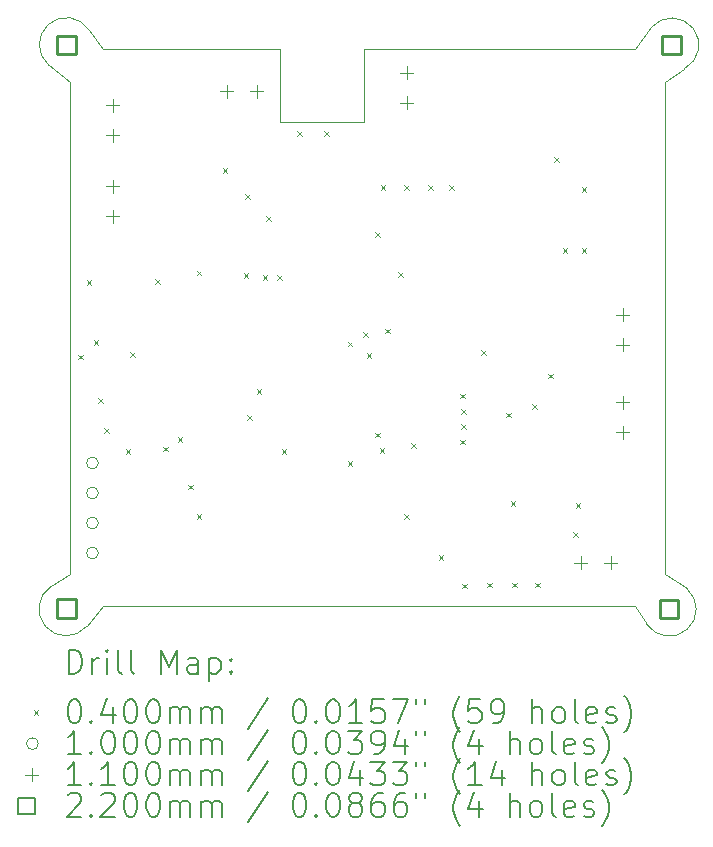
<source format=gbr>
%TF.GenerationSoftware,KiCad,Pcbnew,(6.0.8)*%
%TF.CreationDate,2022-11-27T13:07:17-05:00*%
%TF.ProjectId,miura_board,6d697572-615f-4626-9f61-72642e6b6963,rev?*%
%TF.SameCoordinates,Original*%
%TF.FileFunction,Drillmap*%
%TF.FilePolarity,Positive*%
%FSLAX45Y45*%
G04 Gerber Fmt 4.5, Leading zero omitted, Abs format (unit mm)*
G04 Created by KiCad (PCBNEW (6.0.8)) date 2022-11-27 13:07:17*
%MOMM*%
%LPD*%
G01*
G04 APERTURE LIST*
%ADD10C,0.100000*%
%ADD11C,0.200000*%
%ADD12C,0.040000*%
%ADD13C,0.110000*%
%ADD14C,0.220000*%
G04 APERTURE END LIST*
D10*
X11220000Y-8160000D02*
X11220000Y-3990000D01*
X8670000Y-3710000D02*
X10960000Y-3710000D01*
X6460000Y-3710000D02*
X7960000Y-3710000D01*
X11220000Y-3990000D02*
X11380000Y-3880000D01*
X10960000Y-3710000D02*
X11100000Y-3530000D01*
X11380000Y-3880000D02*
G75*
G03*
X11100000Y-3530000I-105464J202629D01*
G01*
X11060000Y-8580000D02*
G75*
G03*
X11400000Y-8280000I192150J124897D01*
G01*
X10960000Y-8430000D02*
X11060000Y-8580000D01*
X11220000Y-8160000D02*
X11400000Y-8280000D01*
X6000000Y-3850000D02*
X6180000Y-3990000D01*
X6340000Y-3550000D02*
X6460000Y-3710000D01*
X6340000Y-3550000D02*
G75*
G03*
X6000000Y-3850000I-192152J-124895D01*
G01*
X6180000Y-8160000D02*
X6020000Y-8260000D01*
X6460000Y-8430000D02*
X6320000Y-8600000D01*
X6460000Y-8430000D02*
X10960000Y-8430000D01*
X6020000Y-8260000D02*
G75*
G03*
X6320000Y-8600000I124897J-192150D01*
G01*
X7960000Y-3710000D02*
X7960000Y-4330000D01*
X8670000Y-4330000D02*
X7960000Y-4330000D01*
X8670000Y-3710000D02*
X8670000Y-4330000D01*
X6180000Y-8160000D02*
X6180000Y-3990000D01*
D11*
D12*
X6250000Y-6300000D02*
X6290000Y-6340000D01*
X6290000Y-6300000D02*
X6250000Y-6340000D01*
X6320000Y-5670000D02*
X6360000Y-5710000D01*
X6360000Y-5670000D02*
X6320000Y-5710000D01*
X6380000Y-6180000D02*
X6420000Y-6220000D01*
X6420000Y-6180000D02*
X6380000Y-6220000D01*
X6420000Y-6670000D02*
X6460000Y-6710000D01*
X6460000Y-6670000D02*
X6420000Y-6710000D01*
X6470000Y-6920000D02*
X6510000Y-6960000D01*
X6510000Y-6920000D02*
X6470000Y-6960000D01*
X6650000Y-7100000D02*
X6690000Y-7140000D01*
X6690000Y-7100000D02*
X6650000Y-7140000D01*
X6690000Y-6280000D02*
X6730000Y-6320000D01*
X6730000Y-6280000D02*
X6690000Y-6320000D01*
X6900000Y-5660000D02*
X6940000Y-5700000D01*
X6940000Y-5660000D02*
X6900000Y-5700000D01*
X6970000Y-7080000D02*
X7010000Y-7120000D01*
X7010000Y-7080000D02*
X6970000Y-7120000D01*
X7090000Y-7000000D02*
X7130000Y-7040000D01*
X7130000Y-7000000D02*
X7090000Y-7040000D01*
X7180000Y-7400000D02*
X7220000Y-7440000D01*
X7220000Y-7400000D02*
X7180000Y-7440000D01*
X7250000Y-5590000D02*
X7290000Y-5630000D01*
X7290000Y-5590000D02*
X7250000Y-5630000D01*
X7250000Y-7650000D02*
X7290000Y-7690000D01*
X7290000Y-7650000D02*
X7250000Y-7690000D01*
X7470000Y-4720000D02*
X7510000Y-4760000D01*
X7510000Y-4720000D02*
X7470000Y-4760000D01*
X7650000Y-5610000D02*
X7690000Y-5650000D01*
X7690000Y-5610000D02*
X7650000Y-5650000D01*
X7660000Y-4940000D02*
X7700000Y-4980000D01*
X7700000Y-4940000D02*
X7660000Y-4980000D01*
X7680000Y-6810000D02*
X7720000Y-6850000D01*
X7720000Y-6810000D02*
X7680000Y-6850000D01*
X7760000Y-6590000D02*
X7800000Y-6630000D01*
X7800000Y-6590000D02*
X7760000Y-6630000D01*
X7810000Y-5630000D02*
X7850000Y-5670000D01*
X7850000Y-5630000D02*
X7810000Y-5670000D01*
X7840000Y-5130000D02*
X7880000Y-5170000D01*
X7880000Y-5130000D02*
X7840000Y-5170000D01*
X7930000Y-5630000D02*
X7970000Y-5670000D01*
X7970000Y-5630000D02*
X7930000Y-5670000D01*
X7970000Y-7100000D02*
X8010000Y-7140000D01*
X8010000Y-7100000D02*
X7970000Y-7140000D01*
X8100000Y-4410000D02*
X8140000Y-4450000D01*
X8140000Y-4410000D02*
X8100000Y-4450000D01*
X8330000Y-4410000D02*
X8370000Y-4450000D01*
X8370000Y-4410000D02*
X8330000Y-4450000D01*
X8530000Y-6190000D02*
X8570000Y-6230000D01*
X8570000Y-6190000D02*
X8530000Y-6230000D01*
X8530000Y-7200000D02*
X8570000Y-7240000D01*
X8570000Y-7200000D02*
X8530000Y-7240000D01*
X8660000Y-6110000D02*
X8700000Y-6150000D01*
X8700000Y-6110000D02*
X8660000Y-6150000D01*
X8690000Y-6290000D02*
X8730000Y-6330000D01*
X8730000Y-6290000D02*
X8690000Y-6330000D01*
X8760000Y-5260000D02*
X8800000Y-5300000D01*
X8800000Y-5260000D02*
X8760000Y-5300000D01*
X8760000Y-6960000D02*
X8800000Y-7000000D01*
X8800000Y-6960000D02*
X8760000Y-7000000D01*
X8800000Y-7090000D02*
X8840000Y-7130000D01*
X8840000Y-7090000D02*
X8800000Y-7130000D01*
X8810000Y-4865000D02*
X8850000Y-4905000D01*
X8850000Y-4865000D02*
X8810000Y-4905000D01*
X8850000Y-6080000D02*
X8890000Y-6120000D01*
X8890000Y-6080000D02*
X8850000Y-6120000D01*
X8960000Y-5600000D02*
X9000000Y-5640000D01*
X9000000Y-5600000D02*
X8960000Y-5640000D01*
X9010000Y-4865000D02*
X9050000Y-4905000D01*
X9050000Y-4865000D02*
X9010000Y-4905000D01*
X9010000Y-7650000D02*
X9050000Y-7690000D01*
X9050000Y-7650000D02*
X9010000Y-7690000D01*
X9070000Y-7050000D02*
X9110000Y-7090000D01*
X9110000Y-7050000D02*
X9070000Y-7090000D01*
X9210000Y-4865000D02*
X9250000Y-4905000D01*
X9250000Y-4865000D02*
X9210000Y-4905000D01*
X9300000Y-8000000D02*
X9340000Y-8040000D01*
X9340000Y-8000000D02*
X9300000Y-8040000D01*
X9390000Y-4865000D02*
X9430000Y-4905000D01*
X9430000Y-4865000D02*
X9390000Y-4905000D01*
X9479375Y-6630000D02*
X9519375Y-6670000D01*
X9519375Y-6630000D02*
X9479375Y-6670000D01*
X9479375Y-7020000D02*
X9519375Y-7060000D01*
X9519375Y-7020000D02*
X9479375Y-7060000D01*
X9489375Y-6760000D02*
X9529375Y-6800000D01*
X9529375Y-6760000D02*
X9489375Y-6800000D01*
X9489375Y-6890000D02*
X9529375Y-6930000D01*
X9529375Y-6890000D02*
X9489375Y-6930000D01*
X9500000Y-8240000D02*
X9540000Y-8280000D01*
X9540000Y-8240000D02*
X9500000Y-8280000D01*
X9660000Y-6260000D02*
X9700000Y-6300000D01*
X9700000Y-6260000D02*
X9660000Y-6300000D01*
X9710000Y-8230000D02*
X9750000Y-8270000D01*
X9750000Y-8230000D02*
X9710000Y-8270000D01*
X9870000Y-6790000D02*
X9910000Y-6830000D01*
X9910000Y-6790000D02*
X9870000Y-6830000D01*
X9910000Y-7540000D02*
X9950000Y-7580000D01*
X9950000Y-7540000D02*
X9910000Y-7580000D01*
X9920000Y-8230000D02*
X9960000Y-8270000D01*
X9960000Y-8230000D02*
X9920000Y-8270000D01*
X10089375Y-6720000D02*
X10129375Y-6760000D01*
X10129375Y-6720000D02*
X10089375Y-6760000D01*
X10120000Y-8230000D02*
X10160000Y-8270000D01*
X10160000Y-8230000D02*
X10120000Y-8270000D01*
X10230000Y-6460000D02*
X10270000Y-6500000D01*
X10270000Y-6460000D02*
X10230000Y-6500000D01*
X10280000Y-4625000D02*
X10320000Y-4665000D01*
X10320000Y-4625000D02*
X10280000Y-4665000D01*
X10350000Y-5400000D02*
X10390000Y-5440000D01*
X10390000Y-5400000D02*
X10350000Y-5440000D01*
X10440000Y-7800000D02*
X10480000Y-7840000D01*
X10480000Y-7800000D02*
X10440000Y-7840000D01*
X10460000Y-7560000D02*
X10500000Y-7600000D01*
X10500000Y-7560000D02*
X10460000Y-7600000D01*
X10510000Y-4880000D02*
X10550000Y-4920000D01*
X10550000Y-4880000D02*
X10510000Y-4920000D01*
X10510000Y-5400000D02*
X10550000Y-5440000D01*
X10550000Y-5400000D02*
X10510000Y-5440000D01*
D10*
X6418000Y-7218000D02*
G75*
G03*
X6418000Y-7218000I-50000J0D01*
G01*
X6418000Y-7472000D02*
G75*
G03*
X6418000Y-7472000I-50000J0D01*
G01*
X6418000Y-7726000D02*
G75*
G03*
X6418000Y-7726000I-50000J0D01*
G01*
X6418000Y-7980000D02*
G75*
G03*
X6418000Y-7980000I-50000J0D01*
G01*
D13*
X6540000Y-4135000D02*
X6540000Y-4245000D01*
X6485000Y-4190000D02*
X6595000Y-4190000D01*
X6540000Y-4389000D02*
X6540000Y-4499000D01*
X6485000Y-4444000D02*
X6595000Y-4444000D01*
X6540000Y-4818000D02*
X6540000Y-4928000D01*
X6485000Y-4873000D02*
X6595000Y-4873000D01*
X6540000Y-5072000D02*
X6540000Y-5182000D01*
X6485000Y-5127000D02*
X6595000Y-5127000D01*
X7506000Y-4015000D02*
X7506000Y-4125000D01*
X7451000Y-4070000D02*
X7561000Y-4070000D01*
X7760000Y-4015000D02*
X7760000Y-4125000D01*
X7705000Y-4070000D02*
X7815000Y-4070000D01*
X9030000Y-3858000D02*
X9030000Y-3968000D01*
X8975000Y-3913000D02*
X9085000Y-3913000D01*
X9030000Y-4112000D02*
X9030000Y-4222000D01*
X8975000Y-4167000D02*
X9085000Y-4167000D01*
X10503000Y-8005000D02*
X10503000Y-8115000D01*
X10448000Y-8060000D02*
X10558000Y-8060000D01*
X10757000Y-8005000D02*
X10757000Y-8115000D01*
X10702000Y-8060000D02*
X10812000Y-8060000D01*
X10860000Y-5908000D02*
X10860000Y-6018000D01*
X10805000Y-5963000D02*
X10915000Y-5963000D01*
X10860000Y-6162000D02*
X10860000Y-6272000D01*
X10805000Y-6217000D02*
X10915000Y-6217000D01*
X10860000Y-6648000D02*
X10860000Y-6758000D01*
X10805000Y-6703000D02*
X10915000Y-6703000D01*
X10860000Y-6902000D02*
X10860000Y-7012000D01*
X10805000Y-6957000D02*
X10915000Y-6957000D01*
D14*
X6227782Y-3757782D02*
X6227782Y-3602217D01*
X6072217Y-3602217D01*
X6072217Y-3757782D01*
X6227782Y-3757782D01*
X6227782Y-8527783D02*
X6227782Y-8372217D01*
X6072217Y-8372217D01*
X6072217Y-8527783D01*
X6227782Y-8527783D01*
X11327782Y-8532680D02*
X11327782Y-8377114D01*
X11172218Y-8377114D01*
X11172218Y-8532680D01*
X11327782Y-8532680D01*
X11347782Y-3757782D02*
X11347782Y-3602217D01*
X11192217Y-3602217D01*
X11192217Y-3757782D01*
X11347782Y-3757782D01*
D11*
X6168342Y-8999753D02*
X6168342Y-8799753D01*
X6215961Y-8799753D01*
X6244532Y-8809277D01*
X6263580Y-8828325D01*
X6273104Y-8847372D01*
X6282627Y-8885467D01*
X6282627Y-8914039D01*
X6273104Y-8952134D01*
X6263580Y-8971182D01*
X6244532Y-8990229D01*
X6215961Y-8999753D01*
X6168342Y-8999753D01*
X6368342Y-8999753D02*
X6368342Y-8866420D01*
X6368342Y-8904515D02*
X6377866Y-8885467D01*
X6387389Y-8875944D01*
X6406437Y-8866420D01*
X6425485Y-8866420D01*
X6492151Y-8999753D02*
X6492151Y-8866420D01*
X6492151Y-8799753D02*
X6482627Y-8809277D01*
X6492151Y-8818801D01*
X6501675Y-8809277D01*
X6492151Y-8799753D01*
X6492151Y-8818801D01*
X6615961Y-8999753D02*
X6596913Y-8990229D01*
X6587389Y-8971182D01*
X6587389Y-8799753D01*
X6720723Y-8999753D02*
X6701675Y-8990229D01*
X6692151Y-8971182D01*
X6692151Y-8799753D01*
X6949294Y-8999753D02*
X6949294Y-8799753D01*
X7015961Y-8942610D01*
X7082627Y-8799753D01*
X7082627Y-8999753D01*
X7263580Y-8999753D02*
X7263580Y-8894991D01*
X7254056Y-8875944D01*
X7235008Y-8866420D01*
X7196913Y-8866420D01*
X7177866Y-8875944D01*
X7263580Y-8990229D02*
X7244532Y-8999753D01*
X7196913Y-8999753D01*
X7177866Y-8990229D01*
X7168342Y-8971182D01*
X7168342Y-8952134D01*
X7177866Y-8933086D01*
X7196913Y-8923563D01*
X7244532Y-8923563D01*
X7263580Y-8914039D01*
X7358818Y-8866420D02*
X7358818Y-9066420D01*
X7358818Y-8875944D02*
X7377866Y-8866420D01*
X7415961Y-8866420D01*
X7435008Y-8875944D01*
X7444532Y-8885467D01*
X7454056Y-8904515D01*
X7454056Y-8961658D01*
X7444532Y-8980705D01*
X7435008Y-8990229D01*
X7415961Y-8999753D01*
X7377866Y-8999753D01*
X7358818Y-8990229D01*
X7539770Y-8980705D02*
X7549294Y-8990229D01*
X7539770Y-8999753D01*
X7530247Y-8990229D01*
X7539770Y-8980705D01*
X7539770Y-8999753D01*
X7539770Y-8875944D02*
X7549294Y-8885467D01*
X7539770Y-8894991D01*
X7530247Y-8885467D01*
X7539770Y-8875944D01*
X7539770Y-8894991D01*
D12*
X5870723Y-9309277D02*
X5910723Y-9349277D01*
X5910723Y-9309277D02*
X5870723Y-9349277D01*
D11*
X6206437Y-9219753D02*
X6225485Y-9219753D01*
X6244532Y-9229277D01*
X6254056Y-9238801D01*
X6263580Y-9257848D01*
X6273104Y-9295944D01*
X6273104Y-9343563D01*
X6263580Y-9381658D01*
X6254056Y-9400705D01*
X6244532Y-9410229D01*
X6225485Y-9419753D01*
X6206437Y-9419753D01*
X6187389Y-9410229D01*
X6177866Y-9400705D01*
X6168342Y-9381658D01*
X6158818Y-9343563D01*
X6158818Y-9295944D01*
X6168342Y-9257848D01*
X6177866Y-9238801D01*
X6187389Y-9229277D01*
X6206437Y-9219753D01*
X6358818Y-9400705D02*
X6368342Y-9410229D01*
X6358818Y-9419753D01*
X6349294Y-9410229D01*
X6358818Y-9400705D01*
X6358818Y-9419753D01*
X6539770Y-9286420D02*
X6539770Y-9419753D01*
X6492151Y-9210229D02*
X6444532Y-9353086D01*
X6568342Y-9353086D01*
X6682627Y-9219753D02*
X6701675Y-9219753D01*
X6720723Y-9229277D01*
X6730247Y-9238801D01*
X6739770Y-9257848D01*
X6749294Y-9295944D01*
X6749294Y-9343563D01*
X6739770Y-9381658D01*
X6730247Y-9400705D01*
X6720723Y-9410229D01*
X6701675Y-9419753D01*
X6682627Y-9419753D01*
X6663580Y-9410229D01*
X6654056Y-9400705D01*
X6644532Y-9381658D01*
X6635008Y-9343563D01*
X6635008Y-9295944D01*
X6644532Y-9257848D01*
X6654056Y-9238801D01*
X6663580Y-9229277D01*
X6682627Y-9219753D01*
X6873104Y-9219753D02*
X6892151Y-9219753D01*
X6911199Y-9229277D01*
X6920723Y-9238801D01*
X6930247Y-9257848D01*
X6939770Y-9295944D01*
X6939770Y-9343563D01*
X6930247Y-9381658D01*
X6920723Y-9400705D01*
X6911199Y-9410229D01*
X6892151Y-9419753D01*
X6873104Y-9419753D01*
X6854056Y-9410229D01*
X6844532Y-9400705D01*
X6835008Y-9381658D01*
X6825485Y-9343563D01*
X6825485Y-9295944D01*
X6835008Y-9257848D01*
X6844532Y-9238801D01*
X6854056Y-9229277D01*
X6873104Y-9219753D01*
X7025485Y-9419753D02*
X7025485Y-9286420D01*
X7025485Y-9305467D02*
X7035008Y-9295944D01*
X7054056Y-9286420D01*
X7082627Y-9286420D01*
X7101675Y-9295944D01*
X7111199Y-9314991D01*
X7111199Y-9419753D01*
X7111199Y-9314991D02*
X7120723Y-9295944D01*
X7139770Y-9286420D01*
X7168342Y-9286420D01*
X7187389Y-9295944D01*
X7196913Y-9314991D01*
X7196913Y-9419753D01*
X7292151Y-9419753D02*
X7292151Y-9286420D01*
X7292151Y-9305467D02*
X7301675Y-9295944D01*
X7320723Y-9286420D01*
X7349294Y-9286420D01*
X7368342Y-9295944D01*
X7377866Y-9314991D01*
X7377866Y-9419753D01*
X7377866Y-9314991D02*
X7387389Y-9295944D01*
X7406437Y-9286420D01*
X7435008Y-9286420D01*
X7454056Y-9295944D01*
X7463580Y-9314991D01*
X7463580Y-9419753D01*
X7854056Y-9210229D02*
X7682627Y-9467372D01*
X8111199Y-9219753D02*
X8130247Y-9219753D01*
X8149294Y-9229277D01*
X8158818Y-9238801D01*
X8168342Y-9257848D01*
X8177866Y-9295944D01*
X8177866Y-9343563D01*
X8168342Y-9381658D01*
X8158818Y-9400705D01*
X8149294Y-9410229D01*
X8130247Y-9419753D01*
X8111199Y-9419753D01*
X8092151Y-9410229D01*
X8082627Y-9400705D01*
X8073104Y-9381658D01*
X8063580Y-9343563D01*
X8063580Y-9295944D01*
X8073104Y-9257848D01*
X8082627Y-9238801D01*
X8092151Y-9229277D01*
X8111199Y-9219753D01*
X8263580Y-9400705D02*
X8273104Y-9410229D01*
X8263580Y-9419753D01*
X8254056Y-9410229D01*
X8263580Y-9400705D01*
X8263580Y-9419753D01*
X8396913Y-9219753D02*
X8415961Y-9219753D01*
X8435009Y-9229277D01*
X8444532Y-9238801D01*
X8454056Y-9257848D01*
X8463580Y-9295944D01*
X8463580Y-9343563D01*
X8454056Y-9381658D01*
X8444532Y-9400705D01*
X8435009Y-9410229D01*
X8415961Y-9419753D01*
X8396913Y-9419753D01*
X8377866Y-9410229D01*
X8368342Y-9400705D01*
X8358818Y-9381658D01*
X8349294Y-9343563D01*
X8349294Y-9295944D01*
X8358818Y-9257848D01*
X8368342Y-9238801D01*
X8377866Y-9229277D01*
X8396913Y-9219753D01*
X8654056Y-9419753D02*
X8539770Y-9419753D01*
X8596913Y-9419753D02*
X8596913Y-9219753D01*
X8577866Y-9248325D01*
X8558818Y-9267372D01*
X8539770Y-9276896D01*
X8835009Y-9219753D02*
X8739770Y-9219753D01*
X8730247Y-9314991D01*
X8739770Y-9305467D01*
X8758818Y-9295944D01*
X8806437Y-9295944D01*
X8825485Y-9305467D01*
X8835009Y-9314991D01*
X8844532Y-9334039D01*
X8844532Y-9381658D01*
X8835009Y-9400705D01*
X8825485Y-9410229D01*
X8806437Y-9419753D01*
X8758818Y-9419753D01*
X8739770Y-9410229D01*
X8730247Y-9400705D01*
X8911199Y-9219753D02*
X9044532Y-9219753D01*
X8958818Y-9419753D01*
X9111199Y-9219753D02*
X9111199Y-9257848D01*
X9187389Y-9219753D02*
X9187389Y-9257848D01*
X9482628Y-9495944D02*
X9473104Y-9486420D01*
X9454056Y-9457848D01*
X9444532Y-9438801D01*
X9435009Y-9410229D01*
X9425485Y-9362610D01*
X9425485Y-9324515D01*
X9435009Y-9276896D01*
X9444532Y-9248325D01*
X9454056Y-9229277D01*
X9473104Y-9200705D01*
X9482628Y-9191182D01*
X9654056Y-9219753D02*
X9558818Y-9219753D01*
X9549294Y-9314991D01*
X9558818Y-9305467D01*
X9577866Y-9295944D01*
X9625485Y-9295944D01*
X9644532Y-9305467D01*
X9654056Y-9314991D01*
X9663580Y-9334039D01*
X9663580Y-9381658D01*
X9654056Y-9400705D01*
X9644532Y-9410229D01*
X9625485Y-9419753D01*
X9577866Y-9419753D01*
X9558818Y-9410229D01*
X9549294Y-9400705D01*
X9758818Y-9419753D02*
X9796913Y-9419753D01*
X9815961Y-9410229D01*
X9825485Y-9400705D01*
X9844532Y-9372134D01*
X9854056Y-9334039D01*
X9854056Y-9257848D01*
X9844532Y-9238801D01*
X9835009Y-9229277D01*
X9815961Y-9219753D01*
X9777866Y-9219753D01*
X9758818Y-9229277D01*
X9749294Y-9238801D01*
X9739770Y-9257848D01*
X9739770Y-9305467D01*
X9749294Y-9324515D01*
X9758818Y-9334039D01*
X9777866Y-9343563D01*
X9815961Y-9343563D01*
X9835009Y-9334039D01*
X9844532Y-9324515D01*
X9854056Y-9305467D01*
X10092151Y-9419753D02*
X10092151Y-9219753D01*
X10177866Y-9419753D02*
X10177866Y-9314991D01*
X10168342Y-9295944D01*
X10149294Y-9286420D01*
X10120723Y-9286420D01*
X10101675Y-9295944D01*
X10092151Y-9305467D01*
X10301675Y-9419753D02*
X10282628Y-9410229D01*
X10273104Y-9400705D01*
X10263580Y-9381658D01*
X10263580Y-9324515D01*
X10273104Y-9305467D01*
X10282628Y-9295944D01*
X10301675Y-9286420D01*
X10330247Y-9286420D01*
X10349294Y-9295944D01*
X10358818Y-9305467D01*
X10368342Y-9324515D01*
X10368342Y-9381658D01*
X10358818Y-9400705D01*
X10349294Y-9410229D01*
X10330247Y-9419753D01*
X10301675Y-9419753D01*
X10482628Y-9419753D02*
X10463580Y-9410229D01*
X10454056Y-9391182D01*
X10454056Y-9219753D01*
X10635009Y-9410229D02*
X10615961Y-9419753D01*
X10577866Y-9419753D01*
X10558818Y-9410229D01*
X10549294Y-9391182D01*
X10549294Y-9314991D01*
X10558818Y-9295944D01*
X10577866Y-9286420D01*
X10615961Y-9286420D01*
X10635009Y-9295944D01*
X10644532Y-9314991D01*
X10644532Y-9334039D01*
X10549294Y-9353086D01*
X10720723Y-9410229D02*
X10739770Y-9419753D01*
X10777866Y-9419753D01*
X10796913Y-9410229D01*
X10806437Y-9391182D01*
X10806437Y-9381658D01*
X10796913Y-9362610D01*
X10777866Y-9353086D01*
X10749294Y-9353086D01*
X10730247Y-9343563D01*
X10720723Y-9324515D01*
X10720723Y-9314991D01*
X10730247Y-9295944D01*
X10749294Y-9286420D01*
X10777866Y-9286420D01*
X10796913Y-9295944D01*
X10873104Y-9495944D02*
X10882628Y-9486420D01*
X10901675Y-9457848D01*
X10911199Y-9438801D01*
X10920723Y-9410229D01*
X10930247Y-9362610D01*
X10930247Y-9324515D01*
X10920723Y-9276896D01*
X10911199Y-9248325D01*
X10901675Y-9229277D01*
X10882628Y-9200705D01*
X10873104Y-9191182D01*
D10*
X5910723Y-9593277D02*
G75*
G03*
X5910723Y-9593277I-50000J0D01*
G01*
D11*
X6273104Y-9683753D02*
X6158818Y-9683753D01*
X6215961Y-9683753D02*
X6215961Y-9483753D01*
X6196913Y-9512325D01*
X6177866Y-9531372D01*
X6158818Y-9540896D01*
X6358818Y-9664705D02*
X6368342Y-9674229D01*
X6358818Y-9683753D01*
X6349294Y-9674229D01*
X6358818Y-9664705D01*
X6358818Y-9683753D01*
X6492151Y-9483753D02*
X6511199Y-9483753D01*
X6530247Y-9493277D01*
X6539770Y-9502801D01*
X6549294Y-9521848D01*
X6558818Y-9559944D01*
X6558818Y-9607563D01*
X6549294Y-9645658D01*
X6539770Y-9664705D01*
X6530247Y-9674229D01*
X6511199Y-9683753D01*
X6492151Y-9683753D01*
X6473104Y-9674229D01*
X6463580Y-9664705D01*
X6454056Y-9645658D01*
X6444532Y-9607563D01*
X6444532Y-9559944D01*
X6454056Y-9521848D01*
X6463580Y-9502801D01*
X6473104Y-9493277D01*
X6492151Y-9483753D01*
X6682627Y-9483753D02*
X6701675Y-9483753D01*
X6720723Y-9493277D01*
X6730247Y-9502801D01*
X6739770Y-9521848D01*
X6749294Y-9559944D01*
X6749294Y-9607563D01*
X6739770Y-9645658D01*
X6730247Y-9664705D01*
X6720723Y-9674229D01*
X6701675Y-9683753D01*
X6682627Y-9683753D01*
X6663580Y-9674229D01*
X6654056Y-9664705D01*
X6644532Y-9645658D01*
X6635008Y-9607563D01*
X6635008Y-9559944D01*
X6644532Y-9521848D01*
X6654056Y-9502801D01*
X6663580Y-9493277D01*
X6682627Y-9483753D01*
X6873104Y-9483753D02*
X6892151Y-9483753D01*
X6911199Y-9493277D01*
X6920723Y-9502801D01*
X6930247Y-9521848D01*
X6939770Y-9559944D01*
X6939770Y-9607563D01*
X6930247Y-9645658D01*
X6920723Y-9664705D01*
X6911199Y-9674229D01*
X6892151Y-9683753D01*
X6873104Y-9683753D01*
X6854056Y-9674229D01*
X6844532Y-9664705D01*
X6835008Y-9645658D01*
X6825485Y-9607563D01*
X6825485Y-9559944D01*
X6835008Y-9521848D01*
X6844532Y-9502801D01*
X6854056Y-9493277D01*
X6873104Y-9483753D01*
X7025485Y-9683753D02*
X7025485Y-9550420D01*
X7025485Y-9569467D02*
X7035008Y-9559944D01*
X7054056Y-9550420D01*
X7082627Y-9550420D01*
X7101675Y-9559944D01*
X7111199Y-9578991D01*
X7111199Y-9683753D01*
X7111199Y-9578991D02*
X7120723Y-9559944D01*
X7139770Y-9550420D01*
X7168342Y-9550420D01*
X7187389Y-9559944D01*
X7196913Y-9578991D01*
X7196913Y-9683753D01*
X7292151Y-9683753D02*
X7292151Y-9550420D01*
X7292151Y-9569467D02*
X7301675Y-9559944D01*
X7320723Y-9550420D01*
X7349294Y-9550420D01*
X7368342Y-9559944D01*
X7377866Y-9578991D01*
X7377866Y-9683753D01*
X7377866Y-9578991D02*
X7387389Y-9559944D01*
X7406437Y-9550420D01*
X7435008Y-9550420D01*
X7454056Y-9559944D01*
X7463580Y-9578991D01*
X7463580Y-9683753D01*
X7854056Y-9474229D02*
X7682627Y-9731372D01*
X8111199Y-9483753D02*
X8130247Y-9483753D01*
X8149294Y-9493277D01*
X8158818Y-9502801D01*
X8168342Y-9521848D01*
X8177866Y-9559944D01*
X8177866Y-9607563D01*
X8168342Y-9645658D01*
X8158818Y-9664705D01*
X8149294Y-9674229D01*
X8130247Y-9683753D01*
X8111199Y-9683753D01*
X8092151Y-9674229D01*
X8082627Y-9664705D01*
X8073104Y-9645658D01*
X8063580Y-9607563D01*
X8063580Y-9559944D01*
X8073104Y-9521848D01*
X8082627Y-9502801D01*
X8092151Y-9493277D01*
X8111199Y-9483753D01*
X8263580Y-9664705D02*
X8273104Y-9674229D01*
X8263580Y-9683753D01*
X8254056Y-9674229D01*
X8263580Y-9664705D01*
X8263580Y-9683753D01*
X8396913Y-9483753D02*
X8415961Y-9483753D01*
X8435009Y-9493277D01*
X8444532Y-9502801D01*
X8454056Y-9521848D01*
X8463580Y-9559944D01*
X8463580Y-9607563D01*
X8454056Y-9645658D01*
X8444532Y-9664705D01*
X8435009Y-9674229D01*
X8415961Y-9683753D01*
X8396913Y-9683753D01*
X8377866Y-9674229D01*
X8368342Y-9664705D01*
X8358818Y-9645658D01*
X8349294Y-9607563D01*
X8349294Y-9559944D01*
X8358818Y-9521848D01*
X8368342Y-9502801D01*
X8377866Y-9493277D01*
X8396913Y-9483753D01*
X8530247Y-9483753D02*
X8654056Y-9483753D01*
X8587389Y-9559944D01*
X8615961Y-9559944D01*
X8635009Y-9569467D01*
X8644532Y-9578991D01*
X8654056Y-9598039D01*
X8654056Y-9645658D01*
X8644532Y-9664705D01*
X8635009Y-9674229D01*
X8615961Y-9683753D01*
X8558818Y-9683753D01*
X8539770Y-9674229D01*
X8530247Y-9664705D01*
X8749294Y-9683753D02*
X8787389Y-9683753D01*
X8806437Y-9674229D01*
X8815961Y-9664705D01*
X8835009Y-9636134D01*
X8844532Y-9598039D01*
X8844532Y-9521848D01*
X8835009Y-9502801D01*
X8825485Y-9493277D01*
X8806437Y-9483753D01*
X8768342Y-9483753D01*
X8749294Y-9493277D01*
X8739770Y-9502801D01*
X8730247Y-9521848D01*
X8730247Y-9569467D01*
X8739770Y-9588515D01*
X8749294Y-9598039D01*
X8768342Y-9607563D01*
X8806437Y-9607563D01*
X8825485Y-9598039D01*
X8835009Y-9588515D01*
X8844532Y-9569467D01*
X9015961Y-9550420D02*
X9015961Y-9683753D01*
X8968342Y-9474229D02*
X8920723Y-9617086D01*
X9044532Y-9617086D01*
X9111199Y-9483753D02*
X9111199Y-9521848D01*
X9187389Y-9483753D02*
X9187389Y-9521848D01*
X9482628Y-9759944D02*
X9473104Y-9750420D01*
X9454056Y-9721848D01*
X9444532Y-9702801D01*
X9435009Y-9674229D01*
X9425485Y-9626610D01*
X9425485Y-9588515D01*
X9435009Y-9540896D01*
X9444532Y-9512325D01*
X9454056Y-9493277D01*
X9473104Y-9464705D01*
X9482628Y-9455182D01*
X9644532Y-9550420D02*
X9644532Y-9683753D01*
X9596913Y-9474229D02*
X9549294Y-9617086D01*
X9673104Y-9617086D01*
X9901675Y-9683753D02*
X9901675Y-9483753D01*
X9987389Y-9683753D02*
X9987389Y-9578991D01*
X9977866Y-9559944D01*
X9958818Y-9550420D01*
X9930247Y-9550420D01*
X9911199Y-9559944D01*
X9901675Y-9569467D01*
X10111199Y-9683753D02*
X10092151Y-9674229D01*
X10082628Y-9664705D01*
X10073104Y-9645658D01*
X10073104Y-9588515D01*
X10082628Y-9569467D01*
X10092151Y-9559944D01*
X10111199Y-9550420D01*
X10139770Y-9550420D01*
X10158818Y-9559944D01*
X10168342Y-9569467D01*
X10177866Y-9588515D01*
X10177866Y-9645658D01*
X10168342Y-9664705D01*
X10158818Y-9674229D01*
X10139770Y-9683753D01*
X10111199Y-9683753D01*
X10292151Y-9683753D02*
X10273104Y-9674229D01*
X10263580Y-9655182D01*
X10263580Y-9483753D01*
X10444532Y-9674229D02*
X10425485Y-9683753D01*
X10387389Y-9683753D01*
X10368342Y-9674229D01*
X10358818Y-9655182D01*
X10358818Y-9578991D01*
X10368342Y-9559944D01*
X10387389Y-9550420D01*
X10425485Y-9550420D01*
X10444532Y-9559944D01*
X10454056Y-9578991D01*
X10454056Y-9598039D01*
X10358818Y-9617086D01*
X10530247Y-9674229D02*
X10549294Y-9683753D01*
X10587389Y-9683753D01*
X10606437Y-9674229D01*
X10615961Y-9655182D01*
X10615961Y-9645658D01*
X10606437Y-9626610D01*
X10587389Y-9617086D01*
X10558818Y-9617086D01*
X10539770Y-9607563D01*
X10530247Y-9588515D01*
X10530247Y-9578991D01*
X10539770Y-9559944D01*
X10558818Y-9550420D01*
X10587389Y-9550420D01*
X10606437Y-9559944D01*
X10682628Y-9759944D02*
X10692151Y-9750420D01*
X10711199Y-9721848D01*
X10720723Y-9702801D01*
X10730247Y-9674229D01*
X10739770Y-9626610D01*
X10739770Y-9588515D01*
X10730247Y-9540896D01*
X10720723Y-9512325D01*
X10711199Y-9493277D01*
X10692151Y-9464705D01*
X10682628Y-9455182D01*
D13*
X5855723Y-9802277D02*
X5855723Y-9912277D01*
X5800723Y-9857277D02*
X5910723Y-9857277D01*
D11*
X6273104Y-9947753D02*
X6158818Y-9947753D01*
X6215961Y-9947753D02*
X6215961Y-9747753D01*
X6196913Y-9776325D01*
X6177866Y-9795372D01*
X6158818Y-9804896D01*
X6358818Y-9928705D02*
X6368342Y-9938229D01*
X6358818Y-9947753D01*
X6349294Y-9938229D01*
X6358818Y-9928705D01*
X6358818Y-9947753D01*
X6558818Y-9947753D02*
X6444532Y-9947753D01*
X6501675Y-9947753D02*
X6501675Y-9747753D01*
X6482627Y-9776325D01*
X6463580Y-9795372D01*
X6444532Y-9804896D01*
X6682627Y-9747753D02*
X6701675Y-9747753D01*
X6720723Y-9757277D01*
X6730247Y-9766801D01*
X6739770Y-9785848D01*
X6749294Y-9823944D01*
X6749294Y-9871563D01*
X6739770Y-9909658D01*
X6730247Y-9928705D01*
X6720723Y-9938229D01*
X6701675Y-9947753D01*
X6682627Y-9947753D01*
X6663580Y-9938229D01*
X6654056Y-9928705D01*
X6644532Y-9909658D01*
X6635008Y-9871563D01*
X6635008Y-9823944D01*
X6644532Y-9785848D01*
X6654056Y-9766801D01*
X6663580Y-9757277D01*
X6682627Y-9747753D01*
X6873104Y-9747753D02*
X6892151Y-9747753D01*
X6911199Y-9757277D01*
X6920723Y-9766801D01*
X6930247Y-9785848D01*
X6939770Y-9823944D01*
X6939770Y-9871563D01*
X6930247Y-9909658D01*
X6920723Y-9928705D01*
X6911199Y-9938229D01*
X6892151Y-9947753D01*
X6873104Y-9947753D01*
X6854056Y-9938229D01*
X6844532Y-9928705D01*
X6835008Y-9909658D01*
X6825485Y-9871563D01*
X6825485Y-9823944D01*
X6835008Y-9785848D01*
X6844532Y-9766801D01*
X6854056Y-9757277D01*
X6873104Y-9747753D01*
X7025485Y-9947753D02*
X7025485Y-9814420D01*
X7025485Y-9833467D02*
X7035008Y-9823944D01*
X7054056Y-9814420D01*
X7082627Y-9814420D01*
X7101675Y-9823944D01*
X7111199Y-9842991D01*
X7111199Y-9947753D01*
X7111199Y-9842991D02*
X7120723Y-9823944D01*
X7139770Y-9814420D01*
X7168342Y-9814420D01*
X7187389Y-9823944D01*
X7196913Y-9842991D01*
X7196913Y-9947753D01*
X7292151Y-9947753D02*
X7292151Y-9814420D01*
X7292151Y-9833467D02*
X7301675Y-9823944D01*
X7320723Y-9814420D01*
X7349294Y-9814420D01*
X7368342Y-9823944D01*
X7377866Y-9842991D01*
X7377866Y-9947753D01*
X7377866Y-9842991D02*
X7387389Y-9823944D01*
X7406437Y-9814420D01*
X7435008Y-9814420D01*
X7454056Y-9823944D01*
X7463580Y-9842991D01*
X7463580Y-9947753D01*
X7854056Y-9738229D02*
X7682627Y-9995372D01*
X8111199Y-9747753D02*
X8130247Y-9747753D01*
X8149294Y-9757277D01*
X8158818Y-9766801D01*
X8168342Y-9785848D01*
X8177866Y-9823944D01*
X8177866Y-9871563D01*
X8168342Y-9909658D01*
X8158818Y-9928705D01*
X8149294Y-9938229D01*
X8130247Y-9947753D01*
X8111199Y-9947753D01*
X8092151Y-9938229D01*
X8082627Y-9928705D01*
X8073104Y-9909658D01*
X8063580Y-9871563D01*
X8063580Y-9823944D01*
X8073104Y-9785848D01*
X8082627Y-9766801D01*
X8092151Y-9757277D01*
X8111199Y-9747753D01*
X8263580Y-9928705D02*
X8273104Y-9938229D01*
X8263580Y-9947753D01*
X8254056Y-9938229D01*
X8263580Y-9928705D01*
X8263580Y-9947753D01*
X8396913Y-9747753D02*
X8415961Y-9747753D01*
X8435009Y-9757277D01*
X8444532Y-9766801D01*
X8454056Y-9785848D01*
X8463580Y-9823944D01*
X8463580Y-9871563D01*
X8454056Y-9909658D01*
X8444532Y-9928705D01*
X8435009Y-9938229D01*
X8415961Y-9947753D01*
X8396913Y-9947753D01*
X8377866Y-9938229D01*
X8368342Y-9928705D01*
X8358818Y-9909658D01*
X8349294Y-9871563D01*
X8349294Y-9823944D01*
X8358818Y-9785848D01*
X8368342Y-9766801D01*
X8377866Y-9757277D01*
X8396913Y-9747753D01*
X8635009Y-9814420D02*
X8635009Y-9947753D01*
X8587389Y-9738229D02*
X8539770Y-9881086D01*
X8663580Y-9881086D01*
X8720723Y-9747753D02*
X8844532Y-9747753D01*
X8777866Y-9823944D01*
X8806437Y-9823944D01*
X8825485Y-9833467D01*
X8835009Y-9842991D01*
X8844532Y-9862039D01*
X8844532Y-9909658D01*
X8835009Y-9928705D01*
X8825485Y-9938229D01*
X8806437Y-9947753D01*
X8749294Y-9947753D01*
X8730247Y-9938229D01*
X8720723Y-9928705D01*
X8911199Y-9747753D02*
X9035009Y-9747753D01*
X8968342Y-9823944D01*
X8996913Y-9823944D01*
X9015961Y-9833467D01*
X9025485Y-9842991D01*
X9035009Y-9862039D01*
X9035009Y-9909658D01*
X9025485Y-9928705D01*
X9015961Y-9938229D01*
X8996913Y-9947753D01*
X8939770Y-9947753D01*
X8920723Y-9938229D01*
X8911199Y-9928705D01*
X9111199Y-9747753D02*
X9111199Y-9785848D01*
X9187389Y-9747753D02*
X9187389Y-9785848D01*
X9482628Y-10023944D02*
X9473104Y-10014420D01*
X9454056Y-9985848D01*
X9444532Y-9966801D01*
X9435009Y-9938229D01*
X9425485Y-9890610D01*
X9425485Y-9852515D01*
X9435009Y-9804896D01*
X9444532Y-9776325D01*
X9454056Y-9757277D01*
X9473104Y-9728705D01*
X9482628Y-9719182D01*
X9663580Y-9947753D02*
X9549294Y-9947753D01*
X9606437Y-9947753D02*
X9606437Y-9747753D01*
X9587389Y-9776325D01*
X9568342Y-9795372D01*
X9549294Y-9804896D01*
X9835009Y-9814420D02*
X9835009Y-9947753D01*
X9787389Y-9738229D02*
X9739770Y-9881086D01*
X9863580Y-9881086D01*
X10092151Y-9947753D02*
X10092151Y-9747753D01*
X10177866Y-9947753D02*
X10177866Y-9842991D01*
X10168342Y-9823944D01*
X10149294Y-9814420D01*
X10120723Y-9814420D01*
X10101675Y-9823944D01*
X10092151Y-9833467D01*
X10301675Y-9947753D02*
X10282628Y-9938229D01*
X10273104Y-9928705D01*
X10263580Y-9909658D01*
X10263580Y-9852515D01*
X10273104Y-9833467D01*
X10282628Y-9823944D01*
X10301675Y-9814420D01*
X10330247Y-9814420D01*
X10349294Y-9823944D01*
X10358818Y-9833467D01*
X10368342Y-9852515D01*
X10368342Y-9909658D01*
X10358818Y-9928705D01*
X10349294Y-9938229D01*
X10330247Y-9947753D01*
X10301675Y-9947753D01*
X10482628Y-9947753D02*
X10463580Y-9938229D01*
X10454056Y-9919182D01*
X10454056Y-9747753D01*
X10635009Y-9938229D02*
X10615961Y-9947753D01*
X10577866Y-9947753D01*
X10558818Y-9938229D01*
X10549294Y-9919182D01*
X10549294Y-9842991D01*
X10558818Y-9823944D01*
X10577866Y-9814420D01*
X10615961Y-9814420D01*
X10635009Y-9823944D01*
X10644532Y-9842991D01*
X10644532Y-9862039D01*
X10549294Y-9881086D01*
X10720723Y-9938229D02*
X10739770Y-9947753D01*
X10777866Y-9947753D01*
X10796913Y-9938229D01*
X10806437Y-9919182D01*
X10806437Y-9909658D01*
X10796913Y-9890610D01*
X10777866Y-9881086D01*
X10749294Y-9881086D01*
X10730247Y-9871563D01*
X10720723Y-9852515D01*
X10720723Y-9842991D01*
X10730247Y-9823944D01*
X10749294Y-9814420D01*
X10777866Y-9814420D01*
X10796913Y-9823944D01*
X10873104Y-10023944D02*
X10882628Y-10014420D01*
X10901675Y-9985848D01*
X10911199Y-9966801D01*
X10920723Y-9938229D01*
X10930247Y-9890610D01*
X10930247Y-9852515D01*
X10920723Y-9804896D01*
X10911199Y-9776325D01*
X10901675Y-9757277D01*
X10882628Y-9728705D01*
X10873104Y-9719182D01*
X5881434Y-10191988D02*
X5881434Y-10050566D01*
X5740011Y-10050566D01*
X5740011Y-10191988D01*
X5881434Y-10191988D01*
X6158818Y-10030801D02*
X6168342Y-10021277D01*
X6187389Y-10011753D01*
X6235008Y-10011753D01*
X6254056Y-10021277D01*
X6263580Y-10030801D01*
X6273104Y-10049848D01*
X6273104Y-10068896D01*
X6263580Y-10097467D01*
X6149294Y-10211753D01*
X6273104Y-10211753D01*
X6358818Y-10192705D02*
X6368342Y-10202229D01*
X6358818Y-10211753D01*
X6349294Y-10202229D01*
X6358818Y-10192705D01*
X6358818Y-10211753D01*
X6444532Y-10030801D02*
X6454056Y-10021277D01*
X6473104Y-10011753D01*
X6520723Y-10011753D01*
X6539770Y-10021277D01*
X6549294Y-10030801D01*
X6558818Y-10049848D01*
X6558818Y-10068896D01*
X6549294Y-10097467D01*
X6435008Y-10211753D01*
X6558818Y-10211753D01*
X6682627Y-10011753D02*
X6701675Y-10011753D01*
X6720723Y-10021277D01*
X6730247Y-10030801D01*
X6739770Y-10049848D01*
X6749294Y-10087944D01*
X6749294Y-10135563D01*
X6739770Y-10173658D01*
X6730247Y-10192705D01*
X6720723Y-10202229D01*
X6701675Y-10211753D01*
X6682627Y-10211753D01*
X6663580Y-10202229D01*
X6654056Y-10192705D01*
X6644532Y-10173658D01*
X6635008Y-10135563D01*
X6635008Y-10087944D01*
X6644532Y-10049848D01*
X6654056Y-10030801D01*
X6663580Y-10021277D01*
X6682627Y-10011753D01*
X6873104Y-10011753D02*
X6892151Y-10011753D01*
X6911199Y-10021277D01*
X6920723Y-10030801D01*
X6930247Y-10049848D01*
X6939770Y-10087944D01*
X6939770Y-10135563D01*
X6930247Y-10173658D01*
X6920723Y-10192705D01*
X6911199Y-10202229D01*
X6892151Y-10211753D01*
X6873104Y-10211753D01*
X6854056Y-10202229D01*
X6844532Y-10192705D01*
X6835008Y-10173658D01*
X6825485Y-10135563D01*
X6825485Y-10087944D01*
X6835008Y-10049848D01*
X6844532Y-10030801D01*
X6854056Y-10021277D01*
X6873104Y-10011753D01*
X7025485Y-10211753D02*
X7025485Y-10078420D01*
X7025485Y-10097467D02*
X7035008Y-10087944D01*
X7054056Y-10078420D01*
X7082627Y-10078420D01*
X7101675Y-10087944D01*
X7111199Y-10106991D01*
X7111199Y-10211753D01*
X7111199Y-10106991D02*
X7120723Y-10087944D01*
X7139770Y-10078420D01*
X7168342Y-10078420D01*
X7187389Y-10087944D01*
X7196913Y-10106991D01*
X7196913Y-10211753D01*
X7292151Y-10211753D02*
X7292151Y-10078420D01*
X7292151Y-10097467D02*
X7301675Y-10087944D01*
X7320723Y-10078420D01*
X7349294Y-10078420D01*
X7368342Y-10087944D01*
X7377866Y-10106991D01*
X7377866Y-10211753D01*
X7377866Y-10106991D02*
X7387389Y-10087944D01*
X7406437Y-10078420D01*
X7435008Y-10078420D01*
X7454056Y-10087944D01*
X7463580Y-10106991D01*
X7463580Y-10211753D01*
X7854056Y-10002229D02*
X7682627Y-10259372D01*
X8111199Y-10011753D02*
X8130247Y-10011753D01*
X8149294Y-10021277D01*
X8158818Y-10030801D01*
X8168342Y-10049848D01*
X8177866Y-10087944D01*
X8177866Y-10135563D01*
X8168342Y-10173658D01*
X8158818Y-10192705D01*
X8149294Y-10202229D01*
X8130247Y-10211753D01*
X8111199Y-10211753D01*
X8092151Y-10202229D01*
X8082627Y-10192705D01*
X8073104Y-10173658D01*
X8063580Y-10135563D01*
X8063580Y-10087944D01*
X8073104Y-10049848D01*
X8082627Y-10030801D01*
X8092151Y-10021277D01*
X8111199Y-10011753D01*
X8263580Y-10192705D02*
X8273104Y-10202229D01*
X8263580Y-10211753D01*
X8254056Y-10202229D01*
X8263580Y-10192705D01*
X8263580Y-10211753D01*
X8396913Y-10011753D02*
X8415961Y-10011753D01*
X8435009Y-10021277D01*
X8444532Y-10030801D01*
X8454056Y-10049848D01*
X8463580Y-10087944D01*
X8463580Y-10135563D01*
X8454056Y-10173658D01*
X8444532Y-10192705D01*
X8435009Y-10202229D01*
X8415961Y-10211753D01*
X8396913Y-10211753D01*
X8377866Y-10202229D01*
X8368342Y-10192705D01*
X8358818Y-10173658D01*
X8349294Y-10135563D01*
X8349294Y-10087944D01*
X8358818Y-10049848D01*
X8368342Y-10030801D01*
X8377866Y-10021277D01*
X8396913Y-10011753D01*
X8577866Y-10097467D02*
X8558818Y-10087944D01*
X8549294Y-10078420D01*
X8539770Y-10059372D01*
X8539770Y-10049848D01*
X8549294Y-10030801D01*
X8558818Y-10021277D01*
X8577866Y-10011753D01*
X8615961Y-10011753D01*
X8635009Y-10021277D01*
X8644532Y-10030801D01*
X8654056Y-10049848D01*
X8654056Y-10059372D01*
X8644532Y-10078420D01*
X8635009Y-10087944D01*
X8615961Y-10097467D01*
X8577866Y-10097467D01*
X8558818Y-10106991D01*
X8549294Y-10116515D01*
X8539770Y-10135563D01*
X8539770Y-10173658D01*
X8549294Y-10192705D01*
X8558818Y-10202229D01*
X8577866Y-10211753D01*
X8615961Y-10211753D01*
X8635009Y-10202229D01*
X8644532Y-10192705D01*
X8654056Y-10173658D01*
X8654056Y-10135563D01*
X8644532Y-10116515D01*
X8635009Y-10106991D01*
X8615961Y-10097467D01*
X8825485Y-10011753D02*
X8787389Y-10011753D01*
X8768342Y-10021277D01*
X8758818Y-10030801D01*
X8739770Y-10059372D01*
X8730247Y-10097467D01*
X8730247Y-10173658D01*
X8739770Y-10192705D01*
X8749294Y-10202229D01*
X8768342Y-10211753D01*
X8806437Y-10211753D01*
X8825485Y-10202229D01*
X8835009Y-10192705D01*
X8844532Y-10173658D01*
X8844532Y-10126039D01*
X8835009Y-10106991D01*
X8825485Y-10097467D01*
X8806437Y-10087944D01*
X8768342Y-10087944D01*
X8749294Y-10097467D01*
X8739770Y-10106991D01*
X8730247Y-10126039D01*
X9015961Y-10011753D02*
X8977866Y-10011753D01*
X8958818Y-10021277D01*
X8949294Y-10030801D01*
X8930247Y-10059372D01*
X8920723Y-10097467D01*
X8920723Y-10173658D01*
X8930247Y-10192705D01*
X8939770Y-10202229D01*
X8958818Y-10211753D01*
X8996913Y-10211753D01*
X9015961Y-10202229D01*
X9025485Y-10192705D01*
X9035009Y-10173658D01*
X9035009Y-10126039D01*
X9025485Y-10106991D01*
X9015961Y-10097467D01*
X8996913Y-10087944D01*
X8958818Y-10087944D01*
X8939770Y-10097467D01*
X8930247Y-10106991D01*
X8920723Y-10126039D01*
X9111199Y-10011753D02*
X9111199Y-10049848D01*
X9187389Y-10011753D02*
X9187389Y-10049848D01*
X9482628Y-10287944D02*
X9473104Y-10278420D01*
X9454056Y-10249848D01*
X9444532Y-10230801D01*
X9435009Y-10202229D01*
X9425485Y-10154610D01*
X9425485Y-10116515D01*
X9435009Y-10068896D01*
X9444532Y-10040325D01*
X9454056Y-10021277D01*
X9473104Y-9992705D01*
X9482628Y-9983182D01*
X9644532Y-10078420D02*
X9644532Y-10211753D01*
X9596913Y-10002229D02*
X9549294Y-10145086D01*
X9673104Y-10145086D01*
X9901675Y-10211753D02*
X9901675Y-10011753D01*
X9987389Y-10211753D02*
X9987389Y-10106991D01*
X9977866Y-10087944D01*
X9958818Y-10078420D01*
X9930247Y-10078420D01*
X9911199Y-10087944D01*
X9901675Y-10097467D01*
X10111199Y-10211753D02*
X10092151Y-10202229D01*
X10082628Y-10192705D01*
X10073104Y-10173658D01*
X10073104Y-10116515D01*
X10082628Y-10097467D01*
X10092151Y-10087944D01*
X10111199Y-10078420D01*
X10139770Y-10078420D01*
X10158818Y-10087944D01*
X10168342Y-10097467D01*
X10177866Y-10116515D01*
X10177866Y-10173658D01*
X10168342Y-10192705D01*
X10158818Y-10202229D01*
X10139770Y-10211753D01*
X10111199Y-10211753D01*
X10292151Y-10211753D02*
X10273104Y-10202229D01*
X10263580Y-10183182D01*
X10263580Y-10011753D01*
X10444532Y-10202229D02*
X10425485Y-10211753D01*
X10387389Y-10211753D01*
X10368342Y-10202229D01*
X10358818Y-10183182D01*
X10358818Y-10106991D01*
X10368342Y-10087944D01*
X10387389Y-10078420D01*
X10425485Y-10078420D01*
X10444532Y-10087944D01*
X10454056Y-10106991D01*
X10454056Y-10126039D01*
X10358818Y-10145086D01*
X10530247Y-10202229D02*
X10549294Y-10211753D01*
X10587389Y-10211753D01*
X10606437Y-10202229D01*
X10615961Y-10183182D01*
X10615961Y-10173658D01*
X10606437Y-10154610D01*
X10587389Y-10145086D01*
X10558818Y-10145086D01*
X10539770Y-10135563D01*
X10530247Y-10116515D01*
X10530247Y-10106991D01*
X10539770Y-10087944D01*
X10558818Y-10078420D01*
X10587389Y-10078420D01*
X10606437Y-10087944D01*
X10682628Y-10287944D02*
X10692151Y-10278420D01*
X10711199Y-10249848D01*
X10720723Y-10230801D01*
X10730247Y-10202229D01*
X10739770Y-10154610D01*
X10739770Y-10116515D01*
X10730247Y-10068896D01*
X10720723Y-10040325D01*
X10711199Y-10021277D01*
X10692151Y-9992705D01*
X10682628Y-9983182D01*
M02*

</source>
